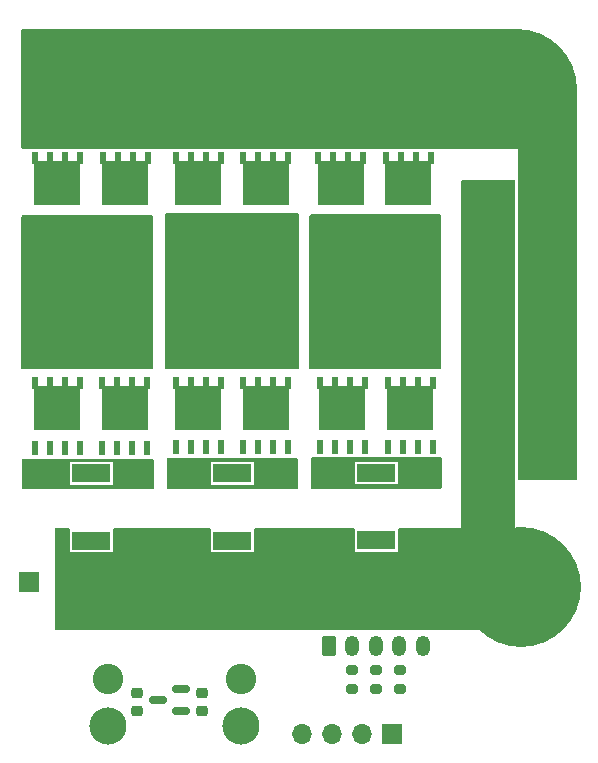
<source format=gbr>
%TF.GenerationSoftware,KiCad,Pcbnew,(6.0.1)*%
%TF.CreationDate,2022-02-15T00:41:15-08:00*%
%TF.ProjectId,OpenMC,4f70656e-4d43-42e6-9b69-6361645f7063,rev?*%
%TF.SameCoordinates,Original*%
%TF.FileFunction,Soldermask,Top*%
%TF.FilePolarity,Negative*%
%FSLAX46Y46*%
G04 Gerber Fmt 4.6, Leading zero omitted, Abs format (unit mm)*
G04 Created by KiCad (PCBNEW (6.0.1)) date 2022-02-15 00:41:15*
%MOMM*%
%LPD*%
G01*
G04 APERTURE LIST*
G04 Aperture macros list*
%AMRoundRect*
0 Rectangle with rounded corners*
0 $1 Rounding radius*
0 $2 $3 $4 $5 $6 $7 $8 $9 X,Y pos of 4 corners*
0 Add a 4 corners polygon primitive as box body*
4,1,4,$2,$3,$4,$5,$6,$7,$8,$9,$2,$3,0*
0 Add four circle primitives for the rounded corners*
1,1,$1+$1,$2,$3*
1,1,$1+$1,$4,$5*
1,1,$1+$1,$6,$7*
1,1,$1+$1,$8,$9*
0 Add four rect primitives between the rounded corners*
20,1,$1+$1,$2,$3,$4,$5,0*
20,1,$1+$1,$4,$5,$6,$7,0*
20,1,$1+$1,$6,$7,$8,$9,0*
20,1,$1+$1,$8,$9,$2,$3,0*%
G04 Aperture macros list end*
%ADD10R,0.610000X1.270000*%
%ADD11R,0.610000X1.020000*%
%ADD12R,3.910000X3.810000*%
%ADD13R,3.250000X1.550000*%
%ADD14RoundRect,0.225000X0.250000X-0.225000X0.250000X0.225000X-0.250000X0.225000X-0.250000X-0.225000X0*%
%ADD15C,10.160000*%
%ADD16RoundRect,0.200000X0.275000X-0.200000X0.275000X0.200000X-0.275000X0.200000X-0.275000X-0.200000X0*%
%ADD17RoundRect,0.225000X-0.250000X0.225000X-0.250000X-0.225000X0.250000X-0.225000X0.250000X0.225000X0*%
%ADD18R,1.700000X1.700000*%
%ADD19O,1.700000X1.700000*%
%ADD20RoundRect,0.150000X0.587500X0.150000X-0.587500X0.150000X-0.587500X-0.150000X0.587500X-0.150000X0*%
%ADD21C,2.580000*%
%ADD22C,3.150000*%
%ADD23C,1.600000*%
%ADD24RoundRect,0.250000X-0.350000X-0.625000X0.350000X-0.625000X0.350000X0.625000X-0.350000X0.625000X0*%
%ADD25O,1.200000X1.750000*%
G04 APERTURE END LIST*
D10*
%TO.C,Q2*%
X147967400Y-121542000D03*
X149237400Y-121542000D03*
X150507400Y-121542000D03*
X151777400Y-121542000D03*
D11*
X147967400Y-116077000D03*
X150507400Y-116077000D03*
X151777400Y-116077000D03*
D12*
X149872400Y-118182000D03*
D11*
X149237400Y-116077000D03*
%TD*%
D10*
%TO.C,Q11*%
X123825000Y-102492000D03*
X125095000Y-102492000D03*
X126365000Y-102492000D03*
X127635000Y-102492000D03*
D12*
X125730000Y-99132000D03*
D11*
X125095000Y-97027000D03*
X126365000Y-97027000D03*
X123825000Y-97027000D03*
X127635000Y-97027000D03*
%TD*%
D13*
%TO.C,R1*%
X147015200Y-129392800D03*
X147015200Y-123692800D03*
%TD*%
D14*
%TO.C,C13*%
X126746000Y-143904000D03*
X126746000Y-142354000D03*
%TD*%
D10*
%TO.C,Q1*%
X142100000Y-102492000D03*
X143370000Y-102492000D03*
X144640000Y-102492000D03*
X145910000Y-102492000D03*
D12*
X144005000Y-99132000D03*
D11*
X142100000Y-97027000D03*
X144640000Y-97027000D03*
X143370000Y-97027000D03*
X145910000Y-97027000D03*
%TD*%
D15*
%TO.C,J1*%
X146926000Y-109179600D03*
%TD*%
D16*
%TO.C,R13*%
X144957800Y-142023600D03*
X144957800Y-140373600D03*
%TD*%
D15*
%TO.C,J5*%
X159258000Y-133350000D03*
%TD*%
D16*
%TO.C,R8*%
X148971000Y-142049000D03*
X148971000Y-140399000D03*
%TD*%
D10*
%TO.C,Q9*%
X118084600Y-102492000D03*
X119354600Y-102492000D03*
X120624600Y-102492000D03*
X121894600Y-102492000D03*
D12*
X119989600Y-99132000D03*
D11*
X121894600Y-97027000D03*
X118084600Y-97027000D03*
X119354600Y-97027000D03*
X120624600Y-97027000D03*
%TD*%
D10*
%TO.C,Q3*%
X147815000Y-102492000D03*
X149085000Y-102492000D03*
X150355000Y-102492000D03*
X151625000Y-102492000D03*
D11*
X149085000Y-97027000D03*
D12*
X149720000Y-99132000D03*
D11*
X151625000Y-97027000D03*
X150355000Y-97027000D03*
X147815000Y-97027000D03*
%TD*%
D10*
%TO.C,Q8*%
X130035000Y-121542000D03*
X131305000Y-121542000D03*
X132575000Y-121542000D03*
X133845000Y-121542000D03*
D11*
X131305000Y-116077000D03*
D12*
X131940000Y-118182000D03*
D11*
X133845000Y-116077000D03*
X132575000Y-116077000D03*
X130035000Y-116077000D03*
%TD*%
D17*
%TO.C,C9*%
X132207000Y-142354000D03*
X132207000Y-143904000D03*
%TD*%
D15*
%TO.C,J2*%
X134734000Y-109194600D03*
%TD*%
D13*
%TO.C,R3*%
X122885200Y-129443600D03*
X122885200Y-123743600D03*
%TD*%
D10*
%TO.C,Q6*%
X135724600Y-121542000D03*
X136994600Y-121542000D03*
X138264600Y-121542000D03*
X139534600Y-121542000D03*
D11*
X135724600Y-116077000D03*
X139534600Y-116077000D03*
X136994600Y-116077000D03*
D12*
X137629600Y-118182000D03*
D11*
X138264600Y-116077000D03*
%TD*%
D13*
%TO.C,R2*%
X134772400Y-129443600D03*
X134772400Y-123743600D03*
%TD*%
D10*
%TO.C,Q4*%
X142227000Y-121542000D03*
X143497000Y-121542000D03*
X144767000Y-121542000D03*
X146037000Y-121542000D03*
D11*
X142227000Y-116077000D03*
X143497000Y-116077000D03*
X144767000Y-116077000D03*
D12*
X144132000Y-118182000D03*
D11*
X146037000Y-116077000D03*
%TD*%
D10*
%TO.C,Q10*%
X123812000Y-121564400D03*
X125082000Y-121564400D03*
X126352000Y-121564400D03*
X127622000Y-121564400D03*
D12*
X125717000Y-118204400D03*
D11*
X123812000Y-116099400D03*
X125082000Y-116099400D03*
X126352000Y-116099400D03*
X127622000Y-116099400D03*
%TD*%
D10*
%TO.C,Q12*%
X118097000Y-121564400D03*
X119367000Y-121564400D03*
X120637000Y-121564400D03*
X121907000Y-121564400D03*
D12*
X120002000Y-118204400D03*
D11*
X121907000Y-116099400D03*
X120637000Y-116099400D03*
X118097000Y-116099400D03*
X119367000Y-116099400D03*
%TD*%
D16*
%TO.C,R11*%
X146989800Y-142049000D03*
X146989800Y-140399000D03*
%TD*%
D18*
%TO.C,J9*%
X117602000Y-132969000D03*
%TD*%
D10*
%TO.C,Q5*%
X130035000Y-102514400D03*
X131305000Y-102514400D03*
X132575000Y-102514400D03*
X133845000Y-102514400D03*
D11*
X130035000Y-97049400D03*
D12*
X131940000Y-99154400D03*
D11*
X132575000Y-97049400D03*
X133845000Y-97049400D03*
X131305000Y-97049400D03*
%TD*%
D10*
%TO.C,Q7*%
X135750000Y-102514400D03*
X137020000Y-102514400D03*
X138290000Y-102514400D03*
X139560000Y-102514400D03*
D11*
X135750000Y-97049400D03*
D12*
X137655000Y-99154400D03*
D11*
X137020000Y-97049400D03*
X138290000Y-97049400D03*
X139560000Y-97049400D03*
%TD*%
D18*
%TO.C,J4*%
X148336000Y-145796000D03*
D19*
X145796000Y-145796000D03*
X143256000Y-145796000D03*
X140716000Y-145796000D03*
%TD*%
D20*
%TO.C,U4*%
X130429000Y-143891000D03*
X130429000Y-141991000D03*
X128554000Y-142941000D03*
%TD*%
D15*
%TO.C,J3*%
X158877000Y-91186000D03*
%TD*%
%TO.C,J6*%
X122669000Y-109194600D03*
%TD*%
D21*
%TO.C,J8*%
X135541000Y-141162000D03*
D22*
X135541000Y-145162000D03*
D21*
X124301000Y-141162000D03*
D22*
X124301000Y-145162000D03*
%TD*%
D23*
%TO.C,C8*%
X160304800Y-101727000D03*
X157804800Y-101727000D03*
%TD*%
%TO.C,C4*%
X160254000Y-108585000D03*
X157754000Y-108585000D03*
%TD*%
%TO.C,C6*%
X160254000Y-122301000D03*
X157754000Y-122301000D03*
%TD*%
%TO.C,C7*%
X160254000Y-115443000D03*
X157754000Y-115443000D03*
%TD*%
D24*
%TO.C,J7*%
X142964400Y-138370400D03*
D25*
X144964400Y-138370400D03*
X146964400Y-138370400D03*
X148964400Y-138370400D03*
X150964400Y-138370400D03*
%TD*%
G36*
X140391121Y-101721602D02*
G01*
X140437614Y-101775258D01*
X140449000Y-101827600D01*
X140449000Y-114783600D01*
X140428998Y-114851721D01*
X140375342Y-114898214D01*
X140323000Y-114909600D01*
X129272000Y-114909600D01*
X129203879Y-114889598D01*
X129157386Y-114835942D01*
X129146000Y-114783600D01*
X129146000Y-101827600D01*
X129166002Y-101759479D01*
X129219658Y-101712986D01*
X129272000Y-101701600D01*
X140323000Y-101701600D01*
X140391121Y-101721602D01*
G37*
G36*
X128072121Y-101924802D02*
G01*
X128118614Y-101978458D01*
X128130000Y-102030800D01*
X128130000Y-114783600D01*
X128109998Y-114851721D01*
X128056342Y-114898214D01*
X128004000Y-114909600D01*
X117080000Y-114909600D01*
X117011879Y-114889598D01*
X116965386Y-114835942D01*
X116954000Y-114783600D01*
X116954000Y-102030800D01*
X116974002Y-101962679D01*
X117027658Y-101916186D01*
X117080000Y-101904800D01*
X128004000Y-101904800D01*
X128072121Y-101924802D01*
G37*
G36*
X152456121Y-101848602D02*
G01*
X152502614Y-101902258D01*
X152514000Y-101954600D01*
X152514000Y-114783600D01*
X152493998Y-114851721D01*
X152440342Y-114898214D01*
X152388000Y-114909600D01*
X141464000Y-114909600D01*
X141395879Y-114889598D01*
X141349386Y-114835942D01*
X141338000Y-114783600D01*
X141338000Y-101954600D01*
X141358002Y-101886479D01*
X141411658Y-101839986D01*
X141464000Y-101828600D01*
X152388000Y-101828600D01*
X152456121Y-101848602D01*
G37*
G36*
X158708531Y-128213013D02*
G01*
X158745076Y-128263313D01*
X158750000Y-128294400D01*
X158750000Y-136932400D01*
X158730787Y-136991531D01*
X158680487Y-137028076D01*
X158649400Y-137033000D01*
X119861600Y-137033000D01*
X119802469Y-137013787D01*
X119765924Y-136963487D01*
X119761000Y-136932400D01*
X119761000Y-128497600D01*
X119780213Y-128438469D01*
X119830513Y-128401924D01*
X119861600Y-128397000D01*
X120930400Y-128397000D01*
X120989531Y-128416213D01*
X121026076Y-128466513D01*
X121031000Y-128497600D01*
X121031000Y-130413067D01*
X121035188Y-130425957D01*
X121039377Y-130429000D01*
X124698067Y-130429000D01*
X124710957Y-130424812D01*
X124714000Y-130420623D01*
X124714000Y-128497600D01*
X124733213Y-128438469D01*
X124783513Y-128401924D01*
X124814600Y-128397000D01*
X132868400Y-128397000D01*
X132927531Y-128416213D01*
X132964076Y-128466513D01*
X132969000Y-128497600D01*
X132969000Y-130413067D01*
X132973188Y-130425957D01*
X132977377Y-130429000D01*
X136636067Y-130429000D01*
X136648957Y-130424812D01*
X136652000Y-130420623D01*
X136652000Y-128497600D01*
X136671213Y-128438469D01*
X136721513Y-128401924D01*
X136752600Y-128397000D01*
X145060400Y-128397000D01*
X145119531Y-128416213D01*
X145156076Y-128466513D01*
X145161000Y-128497600D01*
X145161000Y-130413067D01*
X145165188Y-130425957D01*
X145169377Y-130429000D01*
X148828067Y-130429000D01*
X148840957Y-130424812D01*
X148844000Y-130420623D01*
X148844000Y-128497600D01*
X148863213Y-128438469D01*
X148913513Y-128401924D01*
X148944600Y-128397000D01*
X154162067Y-128397000D01*
X154174957Y-128392812D01*
X154178000Y-128388623D01*
X154178000Y-128294400D01*
X154197213Y-128235269D01*
X154247513Y-128198724D01*
X154278600Y-128193800D01*
X158649400Y-128193800D01*
X158708531Y-128213013D01*
G37*
G36*
X140293531Y-122447213D02*
G01*
X140330076Y-122497513D01*
X140335000Y-122528600D01*
X140335000Y-124994400D01*
X140315787Y-125053531D01*
X140265487Y-125090076D01*
X140234400Y-125095000D01*
X129386600Y-125095000D01*
X129327469Y-125075787D01*
X129290924Y-125025487D01*
X129286000Y-124994400D01*
X129286000Y-124698067D01*
X132969000Y-124698067D01*
X132973188Y-124710957D01*
X132977377Y-124714000D01*
X136636067Y-124714000D01*
X136648957Y-124709812D01*
X136652000Y-124705623D01*
X136652000Y-122824933D01*
X136647812Y-122812043D01*
X136643623Y-122809000D01*
X132984933Y-122809000D01*
X132972043Y-122813188D01*
X132969000Y-122817377D01*
X132969000Y-124698067D01*
X129286000Y-124698067D01*
X129286000Y-122528600D01*
X129305213Y-122469469D01*
X129355513Y-122432924D01*
X129386600Y-122428000D01*
X140234400Y-122428000D01*
X140293531Y-122447213D01*
G37*
G36*
X158946121Y-86126002D02*
G01*
X158992614Y-86179658D01*
X159004000Y-86232000D01*
X159004000Y-91167885D01*
X159008475Y-91183124D01*
X159009865Y-91184329D01*
X159017548Y-91186000D01*
X159132000Y-91186000D01*
X159200121Y-91206002D01*
X159246614Y-91259658D01*
X159258000Y-91312000D01*
X159258000Y-96262912D01*
X159257848Y-96269094D01*
X159257081Y-96284709D01*
X159255869Y-96297018D01*
X159254636Y-96305329D01*
X159224854Y-96369777D01*
X159164956Y-96407892D01*
X159093960Y-96407574D01*
X159034407Y-96368923D01*
X159005203Y-96304210D01*
X159004000Y-96286838D01*
X159004000Y-96284115D01*
X158999525Y-96268876D01*
X158998135Y-96267671D01*
X158990452Y-96266000D01*
X117079972Y-96266000D01*
X117011851Y-96245998D01*
X116965358Y-96192342D01*
X116953972Y-96140028D01*
X116951740Y-86232028D01*
X116971727Y-86163903D01*
X117025372Y-86117398D01*
X117077740Y-86106000D01*
X158878000Y-86106000D01*
X158946121Y-86126002D01*
G37*
G36*
X128101531Y-122574213D02*
G01*
X128138076Y-122624513D01*
X128143000Y-122655600D01*
X128143000Y-124994400D01*
X128123787Y-125053531D01*
X128073487Y-125090076D01*
X128042400Y-125095000D01*
X117067600Y-125095000D01*
X117008469Y-125075787D01*
X116971924Y-125025487D01*
X116967000Y-124994400D01*
X116967000Y-124698067D01*
X121031000Y-124698067D01*
X121035188Y-124710957D01*
X121039377Y-124714000D01*
X124698067Y-124714000D01*
X124710957Y-124709812D01*
X124714000Y-124705623D01*
X124714000Y-122824933D01*
X124709812Y-122812043D01*
X124705623Y-122809000D01*
X121046933Y-122809000D01*
X121034043Y-122813188D01*
X121031000Y-122817377D01*
X121031000Y-124698067D01*
X116967000Y-124698067D01*
X116967000Y-122655600D01*
X116986213Y-122596469D01*
X117036513Y-122559924D01*
X117067600Y-122555000D01*
X128042400Y-122555000D01*
X128101531Y-122574213D01*
G37*
G36*
X158708531Y-98952213D02*
G01*
X158745076Y-99002513D01*
X158750000Y-99033600D01*
X158750000Y-133198600D01*
X158730787Y-133257731D01*
X158680487Y-133294276D01*
X158649400Y-133299200D01*
X154180470Y-133299200D01*
X154175534Y-133299079D01*
X154163016Y-133298464D01*
X154153191Y-133297496D01*
X154143247Y-133296021D01*
X154133559Y-133294094D01*
X154123808Y-133291651D01*
X154114367Y-133288787D01*
X154104895Y-133285398D01*
X154095773Y-133281619D01*
X154086675Y-133277316D01*
X154077970Y-133272664D01*
X154069349Y-133267497D01*
X154061142Y-133262013D01*
X154053066Y-133256024D01*
X154045426Y-133249754D01*
X154037973Y-133242998D01*
X154031002Y-133236027D01*
X154024246Y-133228574D01*
X154017976Y-133220934D01*
X154011987Y-133212858D01*
X154006503Y-133204651D01*
X154001336Y-133196030D01*
X153996684Y-133187325D01*
X153992381Y-133178227D01*
X153988602Y-133169105D01*
X153985213Y-133159633D01*
X153982349Y-133150192D01*
X153979906Y-133140441D01*
X153977979Y-133130753D01*
X153976504Y-133120809D01*
X153975536Y-133110984D01*
X153974921Y-133098466D01*
X153974800Y-133093530D01*
X153974800Y-128497600D01*
X153994013Y-128438469D01*
X154044313Y-128401924D01*
X154075400Y-128397000D01*
X154162067Y-128397000D01*
X154174957Y-128392812D01*
X154178000Y-128388623D01*
X154178000Y-99033600D01*
X154197213Y-98974469D01*
X154247513Y-98937924D01*
X154278600Y-98933000D01*
X158649400Y-98933000D01*
X158708531Y-98952213D01*
G37*
G36*
X152485531Y-122396413D02*
G01*
X152522076Y-122446713D01*
X152527000Y-122477800D01*
X152527000Y-124943600D01*
X152507787Y-125002731D01*
X152457487Y-125039276D01*
X152426400Y-125044200D01*
X141578600Y-125044200D01*
X141519469Y-125024987D01*
X141482924Y-124974687D01*
X141478000Y-124943600D01*
X141478000Y-124647267D01*
X145161000Y-124647267D01*
X145165188Y-124660157D01*
X145169377Y-124663200D01*
X148828067Y-124663200D01*
X148840957Y-124659012D01*
X148844000Y-124654823D01*
X148844000Y-122774133D01*
X148839812Y-122761243D01*
X148835623Y-122758200D01*
X145176933Y-122758200D01*
X145164043Y-122762388D01*
X145161000Y-122766577D01*
X145161000Y-124647267D01*
X141478000Y-124647267D01*
X141478000Y-122477800D01*
X141497213Y-122418669D01*
X141547513Y-122382124D01*
X141578600Y-122377200D01*
X152426400Y-122377200D01*
X152485531Y-122396413D01*
G37*
G36*
X158948186Y-91076532D02*
G01*
X158992581Y-91120061D01*
X159004000Y-91166613D01*
X159004000Y-91170067D01*
X159008188Y-91182957D01*
X159012377Y-91186000D01*
X163856400Y-91186000D01*
X163915531Y-91205213D01*
X163952076Y-91255513D01*
X163957000Y-91286600D01*
X163957000Y-124232400D01*
X163937787Y-124291531D01*
X163887487Y-124328076D01*
X163856400Y-124333000D01*
X159104600Y-124333000D01*
X159045469Y-124313787D01*
X159008924Y-124263487D01*
X159004000Y-124232400D01*
X159004000Y-96281933D01*
X158999812Y-96269043D01*
X158995623Y-96266000D01*
X158901400Y-96266000D01*
X158842269Y-96246787D01*
X158805724Y-96196487D01*
X158800800Y-96165400D01*
X158800800Y-91188470D01*
X158800921Y-91183534D01*
X158801536Y-91171016D01*
X158802503Y-91161194D01*
X158803888Y-91151855D01*
X158831568Y-91096182D01*
X158886685Y-91067411D01*
X158948186Y-91076532D01*
G37*
M02*

</source>
